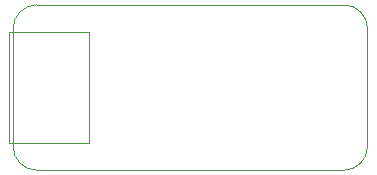
<source format=gbr>
G04*
G04 #@! TF.GenerationSoftware,Altium Limited,Altium Designer,24.8.2 (39)*
G04*
G04 Layer_Color=16711935*
%FSLAX25Y25*%
%MOIN*%
G70*
G04*
G04 #@! TF.SameCoordinates,C8608415-0D93-4E33-BC52-9C0F9C252278*
G04*
G04*
G04 #@! TF.FilePolarity,Positive*
G04*
G01*
G75*
%ADD27C,0.00394*%
%ADD28C,0.00197*%
D27*
X0Y7874D02*
G03*
X7874Y0I7874J0D01*
G01*
X110236Y0D02*
G03*
X118110Y7874I0J7874D01*
G01*
Y47244D02*
G03*
X110236Y55118I-7874J0D01*
G01*
X7874D02*
G03*
X0Y47244I0J-7874D01*
G01*
X7874Y0D02*
X110236Y0D01*
X118110Y7874D02*
Y47244D01*
X0Y7874D02*
Y47244D01*
X7874Y55118D02*
X110236Y55118D01*
D28*
X-1283Y9059D02*
Y46059D01*
X25216Y9059D02*
Y46059D01*
X-1283Y9059D02*
X25216D01*
X-1283Y46059D02*
X25216D01*
M02*

</source>
